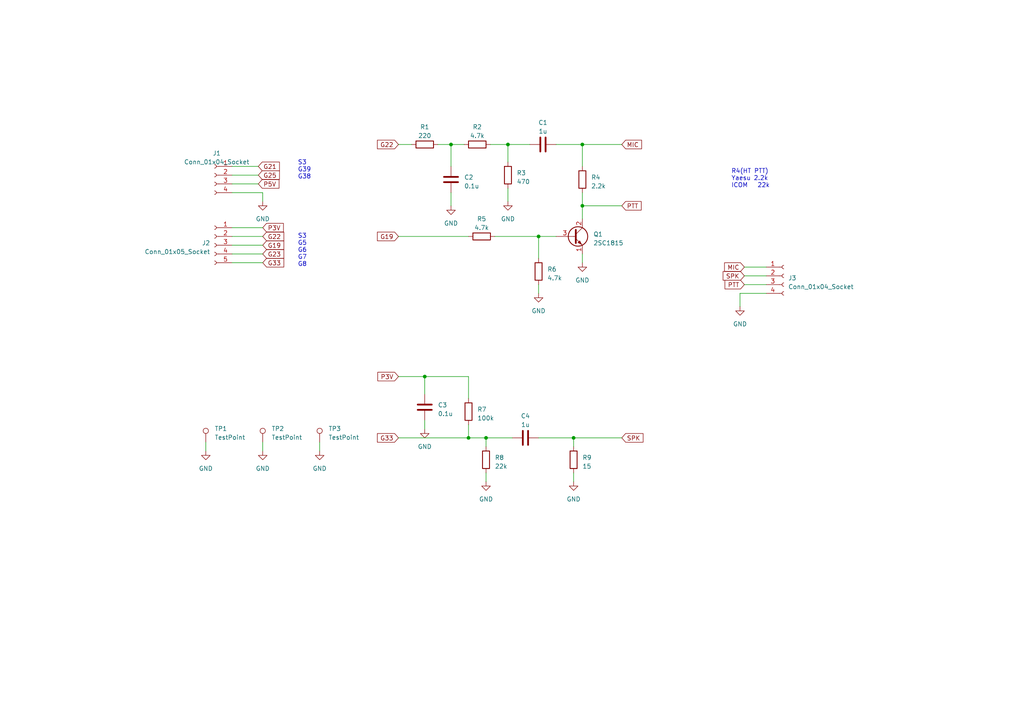
<source format=kicad_sch>
(kicad_sch (version 20230121) (generator eeschema)
  (paper "A4")
  (title_block (title "M5 Atom TNC") (date "2023-08-13") (company "JK1MLY"))
  (lib_symbols
    (symbol "Connector:Conn_01x04_Socket" (pin_names (offset 1.016) hide)
      (property "Reference" "J" (at 0 5.08 0))
      (property "Value" "Conn_01x04_Socket" (at 0 -7.62 0))
      (symbol "Conn_01x04_Socket_1_1"
        (arc (start 0 -4.572) (mid -0.5058 -5.08) (end 0 -5.588) (stroke (width 0.1524)))
        (arc (start 0 -2.032) (mid -0.5058 -2.54) (end 0 -3.048) (stroke (width 0.1524)))
        (polyline (pts (xy -1.27 -5.08) (xy -0.508 -5.08)) (stroke (width 0.1524)))
        (polyline (pts (xy -1.27 -2.54) (xy -0.508 -2.54)) (stroke (width 0.1524)))
        (polyline (pts (xy -1.27 0) (xy -0.508 0)) (stroke (width 0.1524)))
        (polyline (pts (xy -1.27 2.54) (xy -0.508 2.54)) (stroke (width 0.1524)))
        (arc (start 0 0.508) (mid -0.5058 0) (end 0 -0.508) (stroke (width 0.1524)))
        (arc (start 0 3.048) (mid -0.5058 2.54) (end 0 2.032) (stroke (width 0.1524)))
        (pin passive line (at -5.08 2.54 0) (length 3.81) (name "Pin_1") (number "1"))
        (pin passive line (at -5.08 0 0) (length 3.81) (name "Pin_2") (number "2"))
        (pin passive line (at -5.08 -2.54 0) (length 3.81) (name "Pin_3") (number "3"))
        (pin passive line (at -5.08 -5.08 0) (length 3.81) (name "Pin_4") (number "4"))
      )
    )
    (symbol "Connector:Conn_01x05_Socket" (pin_names (offset 1.016) hide)
      (property "Reference" "J" (at 0 7.62 0))
      (property "Value" "Conn_01x05_Socket" (at 0 -7.62 0))
      (symbol "Conn_01x05_Socket_1_1"
        (arc (start 0 -4.572) (mid -0.5058 -5.08) (end 0 -5.588) (stroke (width 0.1524)))
        (arc (start 0 -2.032) (mid -0.5058 -2.54) (end 0 -3.048) (stroke (width 0.1524)))
        (polyline (pts (xy -1.27 -5.08) (xy -0.508 -5.08)) (stroke (width 0.1524)))
        (polyline (pts (xy -1.27 -2.54) (xy -0.508 -2.54)) (stroke (width 0.1524)))
        (polyline (pts (xy -1.27 0) (xy -0.508 0)) (stroke (width 0.1524)))
        (polyline (pts (xy -1.27 2.54) (xy -0.508 2.54)) (stroke (width 0.1524)))
        (polyline (pts (xy -1.27 5.08) (xy -0.508 5.08)) (stroke (width 0.1524)))
        (arc (start 0 0.508) (mid -0.5058 0) (end 0 -0.508) (stroke (width 0.1524)))
        (arc (start 0 3.048) (mid -0.5058 2.54) (end 0 2.032) (stroke (width 0.1524)))
        (arc (start 0 5.588) (mid -0.5058 5.08) (end 0 4.572) (stroke (width 0.1524)))
        (pin passive line (at -5.08 5.08 0) (length 3.81) (name "Pin_1") (number "1"))
        (pin passive line (at -5.08 2.54 0) (length 3.81) (name "Pin_2") (number "2"))
        (pin passive line (at -5.08 0 0) (length 3.81) (name "Pin_3") (number "3"))
        (pin passive line (at -5.08 -2.54 0) (length 3.81) (name "Pin_4") (number "4"))
        (pin passive line (at -5.08 -5.08 0) (length 3.81) (name "Pin_5") (number "5"))
      )
    )
    (symbol "Connector:TestPoint" (pin_numbers hide) (pin_names (offset 0.762) hide)
      (property "Reference" "TP" (at 0 6.858 0))
      (property "Value" "TestPoint" (at 0 5.08 0))
      (symbol "TestPoint_0_1"
        (circle (center 0 3.302) (radius 0.762))
      )
      (symbol "TestPoint_1_1"
        (pin passive line (at 0 0 90) (length 2.54) (name "1") (number "1"))
      )
    )
    (symbol "Device:C" (pin_numbers hide) (pin_names (offset 0.254))
      (property "Reference" "C" (at 0.635 2.54 0))
      (property "Value" "C" (at 0.635 -2.54 0))
      (symbol "C_0_1"
        (polyline (pts (xy -2.032 -0.762) (xy 2.032 -0.762)) (stroke (width 0.508)))
        (polyline (pts (xy -2.032 0.762) (xy 2.032 0.762)) (stroke (width 0.508)))
      )
      (symbol "C_1_1"
        (pin passive line (at 0 3.81 270) (length 2.794) (name "~") (number "1"))
        (pin passive line (at 0 -3.81 90) (length 2.794) (name "~") (number "2"))
      )
    )
    (symbol "Device:R" (pin_numbers hide) (pin_names (offset 0))
      (property "Reference" "R" (at 2.032 0 90))
      (property "Value" "R" (at 0 0 90))
      (symbol "R_0_1"
        (rectangle (start -1.016 -2.54) (end 1.016 2.54) (stroke (width 0.254)))
      )
      (symbol "R_1_1"
        (pin passive line (at 0 3.81 270) (length 1.27) (name "~") (number "1"))
        (pin passive line (at 0 -3.81 90) (length 1.27) (name "~") (number "2"))
      )
    )
    (symbol "Transistor_BJT:2SC1815" (pin_names (offset 0) hide)
      (property "Reference" "Q" (at 5.08 1.905 0))
      (property "Value" "2SC1815" (at 5.08 0 0))
      (symbol "2SC1815_0_1"
        (polyline (pts (xy 0 0) (xy 0.508 0)))
        (polyline (pts (xy 0.635 0.635) (xy 2.54 2.54)))
        (polyline (pts (xy 0.635 -0.635) (xy 2.54 -2.54) (xy 2.54 -2.54)))
        (polyline (pts (xy 0.635 1.905) (xy 0.635 -1.905) (xy 0.635 -1.905)) (stroke (width 0.508)))
        (polyline (pts (xy 1.27 -1.778) (xy 1.778 -1.27) (xy 2.286 -2.286) (xy 1.27 -1.778) (xy 1.27 -1.778)) (fill (type outline)))
        (circle (center 1.27 0) (radius 2.8194) (stroke (width 0.254)))
      )
      (symbol "2SC1815_1_1"
        (pin passive line (at 2.54 -5.08 90) (length 2.54) (name "E") (number "1"))
        (pin passive line (at 2.54 5.08 270) (length 2.54) (name "C") (number "2"))
        (pin input line (at -5.08 0 0) (length 5.08) (name "B") (number "3"))
      )
    )
    (symbol "power:GND" (power) (pin_names (offset 0))
      (property "Value" "GND" (at 0 -3.81 0))
      (symbol "GND_0_1"
        (polyline (pts (xy 0 0) (xy 0 -1.27) (xy 1.27 -1.27) (xy 0 -2.54) (xy -1.27 -1.27) (xy 0 -1.27)))
      )
      (symbol "GND_1_1"
        (pin power_in line (at 0 0 270) (length 0) hide (name "GND") (number "1"))
      )
    )
  )
  (junction (at 156.21 68.58))
  (junction (at 123.19 109.22))
  (junction (at 168.91 59.69))
  (junction (at 147.32 41.91))
  (junction (at 140.97 127))
  (junction (at 168.91 41.91))
  (junction (at 130.81 41.91))
  (junction (at 166.37 127))
  (junction (at 135.89 127))
  (wire (pts (xy 123.19 114.3) (xy 123.19 109.22)))
  (wire (pts (xy 156.21 68.58) (xy 161.29 68.58)))
  (wire (pts (xy 59.69 128.27) (xy 59.69 130.81)))
  (wire (pts (xy 67.31 71.12) (xy 76.2 71.12)))
  (wire (pts (xy 168.91 41.91) (xy 180.34 41.91)))
  (wire (pts (xy 142.24 41.91) (xy 147.32 41.91)))
  (wire (pts (xy 140.97 137.16) (xy 140.97 139.7)))
  (wire (pts (xy 92.71 128.27) (xy 92.71 130.81)))
  (wire (pts (xy 67.31 48.26) (xy 74.93 48.26)))
  (wire (pts (xy 168.91 41.91) (xy 161.29 41.91)))
  (wire (pts (xy 168.91 59.69) (xy 168.91 63.5)))
  (wire (pts (xy 222.25 85.09) (xy 214.63 85.09)))
  (wire (pts (xy 166.37 127) (xy 156.21 127)))
  (wire (pts (xy 215.9 77.47) (xy 222.25 77.47)))
  (wire (pts (xy 180.34 59.69) (xy 168.91 59.69)))
  (wire (pts (xy 156.21 68.58) (xy 156.21 74.93)))
  (wire (pts (xy 156.21 82.55) (xy 156.21 85.09)))
  (wire (pts (xy 147.32 41.91) (xy 147.32 46.99)))
  (wire (pts (xy 130.81 41.91) (xy 130.81 48.26)))
  (wire (pts (xy 168.91 73.66) (xy 168.91 76.2)))
  (wire (pts (xy 67.31 50.8) (xy 74.93 50.8)))
  (wire (pts (xy 115.57 68.58) (xy 135.89 68.58)))
  (wire (pts (xy 115.57 109.22) (xy 123.19 109.22)))
  (wire (pts (xy 168.91 48.26) (xy 168.91 41.91)))
  (wire (pts (xy 130.81 41.91) (xy 134.62 41.91)))
  (wire (pts (xy 166.37 129.54) (xy 166.37 127)))
  (wire (pts (xy 143.51 68.58) (xy 156.21 68.58)))
  (wire (pts (xy 76.2 128.27) (xy 76.2 130.81)))
  (wire (pts (xy 115.57 41.91) (xy 119.38 41.91)))
  (wire (pts (xy 76.2 55.88) (xy 76.2 58.42)))
  (wire (pts (xy 123.19 121.92) (xy 123.19 124.46)))
  (wire (pts (xy 135.89 127) (xy 140.97 127)))
  (wire (pts (xy 140.97 127) (xy 140.97 129.54)))
  (wire (pts (xy 123.19 109.22) (xy 135.89 109.22)))
  (wire (pts (xy 214.63 85.09) (xy 214.63 88.9)))
  (wire (pts (xy 135.89 109.22) (xy 135.89 115.57)))
  (wire (pts (xy 168.91 55.88) (xy 168.91 59.69)))
  (wire (pts (xy 215.9 80.01) (xy 222.25 80.01)))
  (wire (pts (xy 215.9 82.55) (xy 222.25 82.55)))
  (wire (pts (xy 127 41.91) (xy 130.81 41.91)))
  (wire (pts (xy 148.59 127) (xy 140.97 127)))
  (wire (pts (xy 67.31 73.66) (xy 76.2 73.66)))
  (wire (pts (xy 115.57 127) (xy 135.89 127)))
  (wire (pts (xy 67.31 55.88) (xy 76.2 55.88)))
  (wire (pts (xy 67.31 66.04) (xy 76.2 66.04)))
  (wire (pts (xy 147.32 54.61) (xy 147.32 58.42)))
  (wire (pts (xy 67.31 68.58) (xy 76.2 68.58)))
  (wire (pts (xy 166.37 137.16) (xy 166.37 139.7)))
  (wire (pts (xy 130.81 55.88) (xy 130.81 59.69)))
  (wire (pts (xy 67.31 76.2) (xy 76.2 76.2)))
  (wire (pts (xy 135.89 123.19) (xy 135.89 127)))
  (wire (pts (xy 147.32 41.91) (xy 153.67 41.91)))
  (wire (pts (xy 67.31 53.34) (xy 74.93 53.34)))
  (wire (pts (xy 166.37 127) (xy 180.34 127)))
  (text "S3\nG39\nG38" (at 86.36 52.07 0) (effects (font (size 1.27 1.27)) (justify left bottom)))
  (text "R4(HT PTT)\nYaesu 2.2k\nICOM   22k" (at 212.09 54.61 0) (effects (font (size 1.27 1.27)) (justify left bottom)))
  (text "S3\nG5\nG6\nG7\nG8" (at 86.36 77.47 0) (effects (font (size 1.27 1.27)) (justify left bottom)))
  (global_label "G23" (shape input) (at 76.2 73.66 0) (property "Intersheetrefs" "${INTERSHEET_REFS}" (effects hide)))
  (global_label "SPK" (shape input) (at 180.34 127 0) (property "Intersheetrefs" "${INTERSHEET_REFS}" (effects hide)))
  (global_label "SPK" (shape input) (at 215.9 80.01 180) (property "Intersheetrefs" "${INTERSHEET_REFS}" (effects hide)))
  (global_label "PTT" (shape input) (at 180.34 59.69 0) (property "Intersheetrefs" "${INTERSHEET_REFS}" (effects hide)))
  (global_label "G19" (shape input) (at 115.57 68.58 180) (property "Intersheetrefs" "${INTERSHEET_REFS}" (effects hide)))
  (global_label "G21" (shape input) (at 74.93 48.26 0) (property "Intersheetrefs" "${INTERSHEET_REFS}" (effects hide)))
  (global_label "G22" (shape input) (at 76.2 68.58 0) (property "Intersheetrefs" "${INTERSHEET_REFS}" (effects hide)))
  (global_label "PTT" (shape input) (at 215.9 82.55 180) (property "Intersheetrefs" "${INTERSHEET_REFS}" (effects hide)))
  (global_label "P5V" (shape input) (at 74.93 53.34 0) (property "Intersheetrefs" "${INTERSHEET_REFS}" (effects hide)))
  (global_label "P3V" (shape input) (at 115.57 109.22 180) (property "Intersheetrefs" "${INTERSHEET_REFS}" (effects hide)))
  (global_label "G33" (shape input) (at 76.2 76.2 0) (property "Intersheetrefs" "${INTERSHEET_REFS}" (effects hide)))
  (global_label "G33" (shape input) (at 115.57 127 180) (property "Intersheetrefs" "${INTERSHEET_REFS}" (effects hide)))
  (global_label "MIC" (shape input) (at 180.34 41.91 0) (property "Intersheetrefs" "${INTERSHEET_REFS}" (effects hide)))
  (global_label "G19" (shape input) (at 76.2 71.12 0) (property "Intersheetrefs" "${INTERSHEET_REFS}" (effects hide)))
  (global_label "P3V" (shape input) (at 76.2 66.04 0) (property "Intersheetrefs" "${INTERSHEET_REFS}" (effects hide)))
  (global_label "G22" (shape input) (at 115.57 41.91 180) (property "Intersheetrefs" "${INTERSHEET_REFS}" (effects hide)))
  (global_label "G25" (shape input) (at 74.93 50.8 0) (property "Intersheetrefs" "${INTERSHEET_REFS}" (effects hide)))
  (global_label "MIC" (shape input) (at 215.9 77.47 180) (property "Intersheetrefs" "${INTERSHEET_REFS}" (effects hide)))
  (symbol (lib_id "power:GND") (at 214.63 88.9 0) (unit 1)
    (property "Reference" "#PWR06" (effects hide))
    (property "Value" "GND" (at 214.63 93.98 0))
  )
  (symbol (lib_id "Connector:Conn_01x04_Socket") (at 227.33 80.01 0) (unit 1)
    (property "Reference" "J3" (at 228.6 80.645 0) (effects (justify left)))
    (property "Value" "Conn_01x04_Socket" (at 228.6 83.185 0) (effects (justify left)))
    (property "Footprint" "Connector_PinHeader_2.54mm:PinHeader_1x04_P2.54mm_Vertical" (effects hide))
    (property "Datasheet" "C-05779" (effects hide))
  )
  (symbol (lib_id "Device:R") (at 123.19 41.91 90) (unit 1)
    (property "Reference" "R1" (at 123.19 36.83 90))
    (property "Value" "220" (at 123.19 39.37 90))
    (property "Footprint" "Resistor_THT:R_Axial_DIN0207_L6.3mm_D2.5mm_P2.54mm_Vertical" (effects hide))
    (property "Datasheet" "R-25221" (effects hide))
  )
  (symbol (lib_id "Device:R") (at 166.37 133.35 180) (unit 1)
    (property "Reference" "R9" (at 168.91 132.715 0) (effects (justify right)))
    (property "Value" "15" (at 168.91 135.255 0) (effects (justify right)))
    (property "Footprint" "Resistor_THT:R_Axial_DIN0207_L6.3mm_D2.5mm_P2.54mm_Vertical" (effects hide))
    (property "Datasheet" "R-25150" (effects hide))
  )
  (symbol (lib_id "Device:R") (at 139.7 68.58 90) (unit 1)
    (property "Reference" "R5" (at 139.7 63.5 90))
    (property "Value" "4.7k" (at 139.7 66.04 90))
    (property "Footprint" "Resistor_THT:R_Axial_DIN0207_L6.3mm_D2.5mm_P2.54mm_Vertical" (effects hide))
    (property "Datasheet" "R-25472" (effects hide))
  )
  (symbol (lib_id "Connector:TestPoint") (at 92.71 128.27 0) (unit 1)
    (property "Reference" "TP3" (at 95.25 124.333 0) (effects (justify left)))
    (property "Value" "TestPoint" (at 95.25 126.873 0) (effects (justify left)))
    (property "Footprint" "TestPoint:TestPoint_Plated_Hole_D3.0mm" (effects hide))
  )
  (symbol (lib_id "Device:R") (at 140.97 133.35 180) (unit 1)
    (property "Reference" "R8" (at 143.51 132.715 0) (effects (justify right)))
    (property "Value" "22k" (at 143.51 135.255 0) (effects (justify right)))
    (property "Footprint" "Resistor_THT:R_Axial_DIN0207_L6.3mm_D2.5mm_P2.54mm_Vertical" (effects hide))
    (property "Datasheet" "R-25223" (effects hide))
  )
  (symbol (lib_id "Device:R") (at 156.21 78.74 180) (unit 1)
    (property "Reference" "R6" (at 158.75 78.105 0) (effects (justify right)))
    (property "Value" "4.7k" (at 158.75 80.645 0) (effects (justify right)))
    (property "Footprint" "Resistor_THT:R_Axial_DIN0207_L6.3mm_D2.5mm_P2.54mm_Vertical" (effects hide))
    (property "Datasheet" "R-25472" (effects hide))
  )
  (symbol (lib_id "Device:C") (at 157.48 41.91 90) (unit 1)
    (property "Reference" "C1" (at 157.48 35.56 90))
    (property "Value" "1u" (at 157.48 38.1 90))
    (property "Footprint" "Capacitor_THT:C_Disc_D3.0mm_W2.0mm_P2.54mm" (effects hide))
    (property "Datasheet" "P-15940" (effects hide))
  )
  (symbol (lib_id "power:GND") (at 168.91 76.2 0) (unit 1)
    (property "Reference" "#PWR04" (effects hide))
    (property "Value" "GND" (at 168.91 81.28 0))
  )
  (symbol (lib_id "power:GND") (at 156.21 85.09 0) (unit 1)
    (property "Reference" "#PWR05" (effects hide))
    (property "Value" "GND" (at 156.21 90.17 0))
  )
  (symbol (lib_id "Device:R") (at 135.89 119.38 0) (unit 1)
    (property "Reference" "R7" (at 138.43 118.745 0) (effects (justify left)))
    (property "Value" "100k" (at 138.43 121.285 0) (effects (justify left)))
    (property "Footprint" "Resistor_THT:R_Axial_DIN0207_L6.3mm_D2.5mm_P2.54mm_Vertical" (effects hide))
    (property "Datasheet" "R-25104" (effects hide))
  )
  (symbol (lib_id "power:GND") (at 140.97 139.7 0) (unit 1)
    (property "Reference" "#PWR08" (effects hide))
    (property "Value" "GND" (at 140.97 144.78 0))
  )
  (symbol (lib_id "Connector:TestPoint") (at 76.2 128.27 0) (unit 1)
    (property "Reference" "TP2" (at 78.74 124.333 0) (effects (justify left)))
    (property "Value" "TestPoint" (at 78.74 126.873 0) (effects (justify left)))
    (property "Footprint" "TestPoint:TestPoint_Plated_Hole_D3.0mm" (effects hide))
  )
  (symbol (lib_id "power:GND") (at 92.71 130.81 0) (unit 1)
    (property "Reference" "#PWR012" (effects hide))
    (property "Value" "GND" (at 92.71 135.89 0))
  )
  (symbol (lib_id "Connector:TestPoint") (at 59.69 128.27 0) (unit 1)
    (property "Reference" "TP1" (at 62.23 124.333 0) (effects (justify left)))
    (property "Value" "TestPoint" (at 62.23 126.873 0) (effects (justify left)))
    (property "Footprint" "TestPoint:TestPoint_Plated_Hole_D3.0mm" (effects hide))
  )
  (symbol (lib_id "power:GND") (at 76.2 130.81 0) (unit 1)
    (property "Reference" "#PWR011" (effects hide))
    (property "Value" "GND" (at 76.2 135.89 0))
  )
  (symbol (lib_id "Device:C") (at 152.4 127 90) (unit 1)
    (property "Reference" "C4" (at 152.4 120.65 90))
    (property "Value" "1u" (at 152.4 123.19 90))
    (property "Footprint" "Capacitor_THT:C_Disc_D3.0mm_W2.0mm_P2.54mm" (effects hide))
    (property "Datasheet" "P-15940" (effects hide))
  )
  (symbol (lib_id "Device:C") (at 130.81 52.07 0) (unit 1)
    (property "Reference" "C2" (at 134.62 51.435 0) (effects (justify left)))
    (property "Value" "0.1u" (at 134.62 53.975 0) (effects (justify left)))
    (property "Footprint" "Capacitor_THT:C_Disc_D3.0mm_W2.0mm_P2.54mm" (effects hide))
    (property "Datasheet" "P-15940" (effects hide))
  )
  (symbol (lib_id "Device:R") (at 168.91 52.07 180) (unit 1)
    (property "Reference" "R4" (at 171.45 51.435 0) (effects (justify right)))
    (property "Value" "2.2k" (at 171.45 53.975 0) (effects (justify right)))
    (property "Footprint" "Resistor_THT:R_Axial_DIN0207_L6.3mm_D2.5mm_P2.54mm_Vertical" (effects hide))
    (property "Datasheet" "R-25222" (effects hide))
  )
  (symbol (lib_id "Connector:Conn_01x05_Socket") (at 62.23 71.12 0) (mirror y) (unit 1)
    (property "Reference" "J2" (at 60.96 70.485 0) (effects (justify left)))
    (property "Value" "Conn_01x05_Socket" (at 60.96 73.025 0) (effects (justify left)))
    (property "Footprint" "Connector_PinHeader_2.54mm:PinHeader_1x05_P2.54mm_Vertical" (effects hide))
    (property "Datasheet" "C-06631" (effects hide))
  )
  (symbol (lib_id "power:GND") (at 123.19 124.46 0) (unit 1)
    (property "Reference" "#PWR07" (effects hide))
    (property "Value" "GND" (at 123.19 129.54 0))
  )
  (symbol (lib_id "power:GND") (at 147.32 58.42 0) (unit 1)
    (property "Reference" "#PWR02" (effects hide))
    (property "Value" "GND" (at 147.32 63.5 0))
  )
  (symbol (lib_id "power:GND") (at 59.69 130.81 0) (unit 1)
    (property "Reference" "#PWR010" (effects hide))
    (property "Value" "GND" (at 59.69 135.89 0))
  )
  (symbol (lib_id "Connector:Conn_01x04_Socket") (at 62.23 50.8 0) (mirror y) (unit 1)
    (property "Reference" "J1" (at 62.865 44.45 0))
    (property "Value" "Conn_01x04_Socket" (at 62.865 46.99 0))
    (property "Footprint" "Connector_PinHeader_2.54mm:PinHeader_1x04_P2.54mm_Vertical" (effects hide))
    (property "Datasheet" "C-06631" (effects hide))
  )
  (symbol (lib_id "Device:R") (at 138.43 41.91 90) (unit 1)
    (property "Reference" "R2" (at 138.43 36.83 90))
    (property "Value" "4.7k" (at 138.43 39.37 90))
    (property "Footprint" "Resistor_THT:R_Axial_DIN0207_L6.3mm_D2.5mm_P2.54mm_Vertical" (effects hide))
    (property "Datasheet" "R-25472" (effects hide))
  )
  (symbol (lib_id "Device:C") (at 123.19 118.11 0) (unit 1)
    (property "Reference" "C3" (at 127 117.475 0) (effects (justify left)))
    (property "Value" "0.1u" (at 127 120.015 0) (effects (justify left)))
    (property "Footprint" "Capacitor_THT:C_Disc_D3.0mm_W2.0mm_P2.54mm" (effects hide))
    (property "Datasheet" "P-15940" (effects hide))
  )
  (symbol (lib_id "power:GND") (at 76.2 58.42 0) (unit 1)
    (property "Reference" "#PWR01" (effects hide))
    (property "Value" "GND" (at 76.2 63.5 0))
  )
  (symbol (lib_id "Device:R") (at 147.32 50.8 180) (unit 1)
    (property "Reference" "R3" (at 149.86 50.165 0) (effects (justify right)))
    (property "Value" "470" (at 149.86 52.705 0) (effects (justify right)))
    (property "Footprint" "Resistor_THT:R_Axial_DIN0207_L6.3mm_D2.5mm_P2.54mm_Vertical" (effects hide))
    (property "Datasheet" "R-25471" (effects hide))
  )
  (symbol (lib_id "power:GND") (at 130.81 59.69 0) (unit 1)
    (property "Reference" "#PWR03" (effects hide))
    (property "Value" "GND" (at 130.81 64.77 0))
  )
  (symbol (lib_id "Transistor_BJT:2SC1815") (at 166.37 68.58 0) (unit 1)
    (property "Reference" "Q1" (at 172.085 67.945 0) (effects (justify left)))
    (property "Value" "2SC1815" (at 172.085 70.485 0) (effects (justify left)))
    (property "Footprint" "Package_TO_SOT_THT:TO-92_Inline_Wide" (effects hide))
    (property "Datasheet" "I-06477" (effects hide))
  )
  (symbol (lib_id "power:GND") (at 166.37 139.7 0) (unit 1)
    (property "Reference" "#PWR09" (effects hide))
    (property "Value" "GND" (at 166.37 144.78 0))
  )
)
</source>
